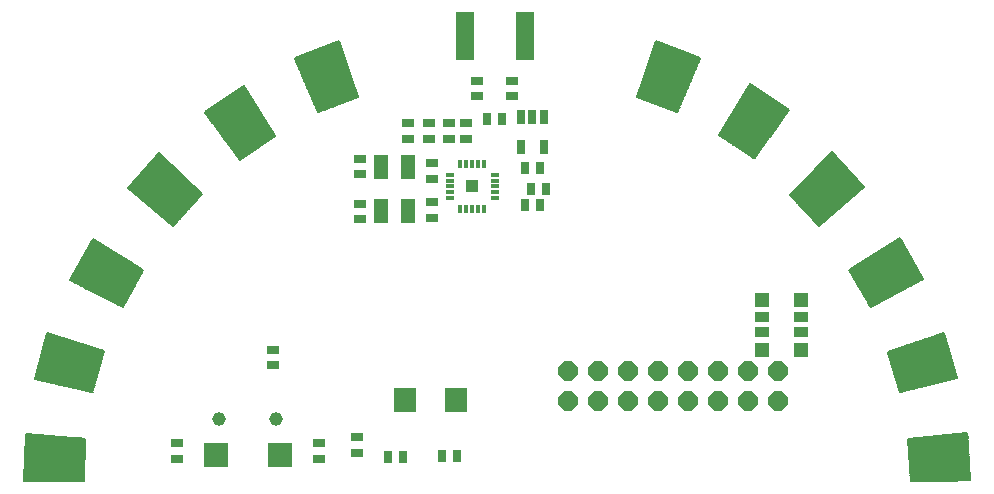
<source format=gbs>
G75*
%MOIN*%
%OFA0B0*%
%FSLAX24Y24*%
%IPPOS*%
%LPD*%
%AMOC8*
5,1,8,0,0,1.08239X$1,22.5*
%
%ADD10R,0.0740X0.0840*%
%ADD11R,0.0316X0.0394*%
%ADD12R,0.0394X0.0316*%
%ADD13R,0.0640X0.1640*%
%ADD14R,0.0257X0.0512*%
%ADD15C,0.0634*%
%ADD16C,0.0050*%
%ADD17OC8,0.0640*%
%ADD18R,0.0827X0.0827*%
%ADD19C,0.0453*%
%ADD20R,0.0473X0.0788*%
%ADD21R,0.0434X0.0434*%
%ADD22R,0.0296X0.0158*%
%ADD23R,0.0158X0.0296*%
%ADD24R,0.0453X0.0469*%
%ADD25R,0.0453X0.0320*%
D10*
X013581Y003951D03*
X015281Y003951D03*
D11*
X015317Y002100D03*
X014805Y002100D03*
X013506Y002061D03*
X012994Y002061D03*
X017561Y010447D03*
X018073Y010447D03*
X018270Y010998D03*
X017758Y010998D03*
X017561Y011706D03*
X018073Y011706D03*
X016813Y013321D03*
X016301Y013321D03*
D12*
X015612Y013183D03*
X015022Y013183D03*
X015022Y012671D03*
X015612Y012671D03*
X014352Y012671D03*
X014352Y013183D03*
X013683Y013183D03*
X013683Y012671D03*
X014471Y011844D03*
X014471Y011332D03*
X014471Y010545D03*
X014471Y010033D03*
X012069Y009994D03*
X012069Y010506D03*
X012069Y011490D03*
X012069Y012002D03*
X015967Y014088D03*
X015967Y014600D03*
X017148Y014600D03*
X017148Y014088D03*
X009156Y005624D03*
X009156Y005112D03*
X011951Y002710D03*
X011951Y002199D03*
X010691Y002002D03*
X010691Y002514D03*
X005967Y002514D03*
X005967Y002002D03*
D13*
X015573Y016077D03*
X017573Y016077D03*
D14*
X017443Y013399D03*
X017817Y013399D03*
X018191Y013399D03*
X018191Y012376D03*
X017443Y012376D03*
D15*
X022187Y014344D03*
X024943Y012888D03*
X027305Y010683D03*
X029234Y007966D03*
X030415Y005053D03*
X030967Y001982D03*
X011124Y014344D03*
X008329Y012848D03*
X005888Y010683D03*
X003998Y007966D03*
X002778Y005053D03*
X002305Y001982D03*
D16*
X000947Y002815D02*
X000882Y001248D01*
X002859Y001249D01*
X002909Y002669D01*
X000947Y002815D01*
X000945Y002774D02*
X001497Y002774D01*
X000943Y002726D02*
X002149Y002726D01*
X002800Y002677D02*
X000941Y002677D01*
X000939Y002629D02*
X002908Y002629D01*
X002906Y002580D02*
X000937Y002580D01*
X000935Y002532D02*
X002904Y002532D01*
X002903Y002483D02*
X000933Y002483D01*
X000931Y002435D02*
X002901Y002435D01*
X002899Y002386D02*
X000929Y002386D01*
X000927Y002338D02*
X002898Y002338D01*
X002896Y002289D02*
X000925Y002289D01*
X000923Y002241D02*
X002894Y002241D01*
X002892Y002192D02*
X000921Y002192D01*
X000919Y002144D02*
X002891Y002144D01*
X002889Y002095D02*
X000917Y002095D01*
X000915Y002047D02*
X002887Y002047D01*
X002886Y001998D02*
X000913Y001998D01*
X000911Y001950D02*
X002884Y001950D01*
X002882Y001901D02*
X000909Y001901D01*
X000907Y001853D02*
X002880Y001853D01*
X002879Y001804D02*
X000905Y001804D01*
X000903Y001756D02*
X002877Y001756D01*
X002875Y001707D02*
X000901Y001707D01*
X000899Y001659D02*
X002874Y001659D01*
X002872Y001610D02*
X000897Y001610D01*
X000895Y001562D02*
X002870Y001562D01*
X002868Y001513D02*
X000893Y001513D01*
X000891Y001465D02*
X002867Y001465D01*
X002865Y001416D02*
X000889Y001416D01*
X000887Y001368D02*
X002863Y001368D01*
X002861Y001319D02*
X000885Y001319D01*
X000883Y001271D02*
X002860Y001271D01*
X003148Y004212D02*
X003524Y005582D01*
X001647Y006176D01*
X001224Y004666D01*
X003148Y004212D01*
X003153Y004229D02*
X003075Y004229D01*
X003166Y004278D02*
X002869Y004278D01*
X002664Y004326D02*
X003179Y004326D01*
X003192Y004375D02*
X002458Y004375D01*
X002253Y004423D02*
X003206Y004423D01*
X003219Y004472D02*
X002047Y004472D01*
X001842Y004520D02*
X003232Y004520D01*
X003246Y004569D02*
X001636Y004569D01*
X001431Y004617D02*
X003259Y004617D01*
X003272Y004666D02*
X001225Y004666D01*
X001237Y004714D02*
X003286Y004714D01*
X003299Y004763D02*
X001251Y004763D01*
X001264Y004811D02*
X003312Y004811D01*
X003325Y004860D02*
X001278Y004860D01*
X001291Y004908D02*
X003339Y004908D01*
X003352Y004957D02*
X001305Y004957D01*
X001319Y005005D02*
X003365Y005005D01*
X003379Y005054D02*
X001332Y005054D01*
X001346Y005102D02*
X003392Y005102D01*
X003405Y005151D02*
X001359Y005151D01*
X001373Y005199D02*
X003419Y005199D01*
X003432Y005248D02*
X001387Y005248D01*
X001400Y005296D02*
X003445Y005296D01*
X003458Y005345D02*
X001414Y005345D01*
X001427Y005393D02*
X003472Y005393D01*
X003485Y005442D02*
X001441Y005442D01*
X001455Y005490D02*
X003498Y005490D01*
X003512Y005539D02*
X001468Y005539D01*
X001482Y005587D02*
X003509Y005587D01*
X003355Y005636D02*
X001495Y005636D01*
X001509Y005684D02*
X003202Y005684D01*
X003049Y005733D02*
X001523Y005733D01*
X001536Y005781D02*
X002896Y005781D01*
X002742Y005830D02*
X001550Y005830D01*
X001563Y005878D02*
X002589Y005878D01*
X002436Y005927D02*
X001577Y005927D01*
X001591Y005975D02*
X002282Y005975D01*
X002129Y006024D02*
X001604Y006024D01*
X001618Y006072D02*
X001976Y006072D01*
X001823Y006121D02*
X001631Y006121D01*
X001645Y006169D02*
X001669Y006169D01*
X003431Y007430D02*
X004365Y007430D01*
X004338Y007382D02*
X003528Y007382D01*
X003624Y007333D02*
X004312Y007333D01*
X004285Y007285D02*
X003721Y007285D01*
X003818Y007236D02*
X004259Y007236D01*
X004232Y007188D02*
X003914Y007188D01*
X004011Y007139D02*
X004205Y007139D01*
X004179Y007091D02*
X004107Y007091D01*
X004163Y007062D02*
X004846Y008308D01*
X003159Y009321D01*
X002397Y007950D01*
X004163Y007062D01*
X004392Y007479D02*
X003335Y007479D01*
X003238Y007527D02*
X004418Y007527D01*
X004445Y007576D02*
X003142Y007576D01*
X003045Y007624D02*
X004471Y007624D01*
X004498Y007673D02*
X002949Y007673D01*
X002852Y007721D02*
X004524Y007721D01*
X004551Y007770D02*
X002756Y007770D01*
X002659Y007818D02*
X004578Y007818D01*
X004604Y007867D02*
X002563Y007867D01*
X002466Y007915D02*
X004631Y007915D01*
X004657Y007964D02*
X002404Y007964D01*
X002431Y008012D02*
X004684Y008012D01*
X004711Y008061D02*
X002458Y008061D01*
X002485Y008109D02*
X004737Y008109D01*
X004764Y008158D02*
X002512Y008158D01*
X002539Y008206D02*
X004790Y008206D01*
X004817Y008255D02*
X002566Y008255D01*
X002593Y008303D02*
X004843Y008303D01*
X004775Y008352D02*
X002620Y008352D01*
X002647Y008400D02*
X004694Y008400D01*
X004613Y008449D02*
X002674Y008449D01*
X002701Y008497D02*
X004532Y008497D01*
X004451Y008546D02*
X002728Y008546D01*
X002755Y008594D02*
X004370Y008594D01*
X004289Y008643D02*
X002782Y008643D01*
X002809Y008691D02*
X004209Y008691D01*
X004128Y008740D02*
X002836Y008740D01*
X002862Y008788D02*
X004047Y008788D01*
X003966Y008837D02*
X002889Y008837D01*
X002916Y008885D02*
X003885Y008885D01*
X003804Y008934D02*
X002943Y008934D01*
X002970Y008982D02*
X003723Y008982D01*
X003643Y009031D02*
X002997Y009031D01*
X003024Y009079D02*
X003562Y009079D01*
X003481Y009128D02*
X003051Y009128D01*
X003078Y009176D02*
X003400Y009176D01*
X003319Y009225D02*
X003105Y009225D01*
X003132Y009273D02*
X003238Y009273D01*
X004866Y010583D02*
X006578Y010583D01*
X006621Y010631D02*
X004808Y010631D01*
X004750Y010680D02*
X006665Y010680D01*
X006709Y010728D02*
X004692Y010728D01*
X004634Y010777D02*
X006752Y010777D01*
X006792Y010821D02*
X005383Y012194D01*
X004326Y011035D01*
X005841Y009765D01*
X006792Y010821D01*
X006788Y010825D02*
X004576Y010825D01*
X004519Y010874D02*
X006738Y010874D01*
X006688Y010922D02*
X004461Y010922D01*
X004403Y010971D02*
X006638Y010971D01*
X006589Y011019D02*
X004345Y011019D01*
X004355Y011068D02*
X006539Y011068D01*
X006489Y011116D02*
X004399Y011116D01*
X004444Y011165D02*
X006439Y011165D01*
X006389Y011213D02*
X004488Y011213D01*
X004532Y011262D02*
X006340Y011262D01*
X006290Y011310D02*
X004576Y011310D01*
X004620Y011359D02*
X006240Y011359D01*
X006190Y011407D02*
X004665Y011407D01*
X004709Y011456D02*
X006141Y011456D01*
X006091Y011504D02*
X004753Y011504D01*
X004797Y011553D02*
X006041Y011553D01*
X005991Y011601D02*
X004842Y011601D01*
X004886Y011650D02*
X005941Y011650D01*
X005892Y011698D02*
X004930Y011698D01*
X004974Y011747D02*
X005842Y011747D01*
X005792Y011795D02*
X005019Y011795D01*
X005063Y011844D02*
X005742Y011844D01*
X005693Y011892D02*
X005107Y011892D01*
X005151Y011941D02*
X005643Y011941D01*
X005593Y011989D02*
X005195Y011989D01*
X005240Y012038D02*
X005543Y012038D01*
X005493Y012086D02*
X005284Y012086D01*
X005328Y012135D02*
X005444Y012135D01*
X005394Y012183D02*
X005372Y012183D01*
X007114Y013250D02*
X008938Y013250D01*
X008969Y013202D02*
X007150Y013202D01*
X007186Y013153D02*
X009000Y013153D01*
X009031Y013105D02*
X007222Y013105D01*
X007259Y013056D02*
X009061Y013056D01*
X009092Y013008D02*
X007295Y013008D01*
X007331Y012959D02*
X009123Y012959D01*
X009154Y012911D02*
X007367Y012911D01*
X007403Y012862D02*
X009185Y012862D01*
X009216Y012814D02*
X007439Y012814D01*
X007476Y012765D02*
X009227Y012765D01*
X009241Y012774D02*
X008185Y014435D01*
X006890Y013551D01*
X008072Y011966D01*
X009241Y012774D01*
X009157Y012717D02*
X007512Y012717D01*
X007548Y012668D02*
X009087Y012668D01*
X009017Y012620D02*
X007584Y012620D01*
X007620Y012571D02*
X008947Y012571D01*
X008877Y012523D02*
X007656Y012523D01*
X007693Y012474D02*
X008807Y012474D01*
X008736Y012426D02*
X007729Y012426D01*
X007765Y012377D02*
X008666Y012377D01*
X008596Y012329D02*
X007801Y012329D01*
X007837Y012280D02*
X008526Y012280D01*
X008456Y012232D02*
X007874Y012232D01*
X007910Y012183D02*
X008386Y012183D01*
X008316Y012135D02*
X007946Y012135D01*
X007982Y012086D02*
X008246Y012086D01*
X008175Y012038D02*
X008018Y012038D01*
X008054Y011989D02*
X008105Y011989D01*
X008907Y013299D02*
X007078Y013299D01*
X007041Y013347D02*
X008876Y013347D01*
X008846Y013396D02*
X007005Y013396D01*
X006969Y013444D02*
X008815Y013444D01*
X008784Y013493D02*
X006933Y013493D01*
X006897Y013541D02*
X008753Y013541D01*
X008722Y013590D02*
X006947Y013590D01*
X007018Y013638D02*
X008691Y013638D01*
X008661Y013687D02*
X007089Y013687D01*
X007160Y013735D02*
X008630Y013735D01*
X008599Y013784D02*
X007231Y013784D01*
X007302Y013832D02*
X008568Y013832D01*
X008537Y013881D02*
X007373Y013881D01*
X007444Y013929D02*
X008506Y013929D01*
X008476Y013978D02*
X007515Y013978D01*
X007586Y014026D02*
X008445Y014026D01*
X008414Y014075D02*
X007657Y014075D01*
X007728Y014123D02*
X008383Y014123D01*
X008352Y014172D02*
X007799Y014172D01*
X007870Y014220D02*
X008321Y014220D01*
X008291Y014269D02*
X007941Y014269D01*
X008012Y014317D02*
X008260Y014317D01*
X008229Y014366D02*
X008083Y014366D01*
X008154Y014414D02*
X008198Y014414D01*
X009961Y015190D02*
X011604Y015190D01*
X011621Y015142D02*
X009981Y015142D01*
X010002Y015093D02*
X011638Y015093D01*
X011654Y015045D02*
X010023Y015045D01*
X010044Y014996D02*
X011671Y014996D01*
X011688Y014948D02*
X010065Y014948D01*
X010086Y014899D02*
X011705Y014899D01*
X011721Y014851D02*
X010107Y014851D01*
X010128Y014802D02*
X011738Y014802D01*
X011755Y014754D02*
X010149Y014754D01*
X010170Y014705D02*
X011772Y014705D01*
X011788Y014657D02*
X010191Y014657D01*
X010211Y014608D02*
X011805Y014608D01*
X011822Y014560D02*
X010232Y014560D01*
X010253Y014511D02*
X011839Y014511D01*
X011855Y014463D02*
X010274Y014463D01*
X010295Y014414D02*
X011872Y014414D01*
X011889Y014366D02*
X010316Y014366D01*
X010337Y014317D02*
X011906Y014317D01*
X011922Y014269D02*
X010358Y014269D01*
X010379Y014220D02*
X011939Y014220D01*
X011956Y014172D02*
X010400Y014172D01*
X010421Y014123D02*
X011972Y014123D01*
X011989Y014075D02*
X010441Y014075D01*
X010462Y014026D02*
X011904Y014026D01*
X011994Y014061D02*
X011352Y015922D01*
X009887Y015361D01*
X010670Y013545D01*
X011994Y014061D01*
X011780Y013978D02*
X010483Y013978D01*
X010504Y013929D02*
X011655Y013929D01*
X011530Y013881D02*
X010525Y013881D01*
X010546Y013832D02*
X011406Y013832D01*
X011281Y013784D02*
X010567Y013784D01*
X010588Y013735D02*
X011157Y013735D01*
X011032Y013687D02*
X010609Y013687D01*
X010630Y013638D02*
X010907Y013638D01*
X010783Y013590D02*
X010651Y013590D01*
X009940Y015239D02*
X011587Y015239D01*
X011571Y015287D02*
X009919Y015287D01*
X009898Y015336D02*
X011554Y015336D01*
X011537Y015384D02*
X009947Y015384D01*
X010074Y015433D02*
X011520Y015433D01*
X011504Y015481D02*
X010200Y015481D01*
X010327Y015530D02*
X011487Y015530D01*
X011470Y015578D02*
X010454Y015578D01*
X010581Y015627D02*
X011454Y015627D01*
X011437Y015675D02*
X010708Y015675D01*
X010834Y015724D02*
X011420Y015724D01*
X011403Y015772D02*
X010961Y015772D01*
X011088Y015821D02*
X011387Y015821D01*
X011370Y015869D02*
X011215Y015869D01*
X011341Y015918D02*
X011353Y015918D01*
X006534Y010534D02*
X004924Y010534D01*
X004981Y010486D02*
X006490Y010486D01*
X006446Y010437D02*
X005039Y010437D01*
X005097Y010389D02*
X006403Y010389D01*
X006359Y010340D02*
X005155Y010340D01*
X005213Y010292D02*
X006315Y010292D01*
X006272Y010243D02*
X005271Y010243D01*
X005328Y010195D02*
X006228Y010195D01*
X006184Y010146D02*
X005386Y010146D01*
X005444Y010098D02*
X006140Y010098D01*
X006097Y010049D02*
X005502Y010049D01*
X005560Y010001D02*
X006053Y010001D01*
X006009Y009952D02*
X005618Y009952D01*
X005676Y009904D02*
X005966Y009904D01*
X005922Y009855D02*
X005733Y009855D01*
X005791Y009807D02*
X005878Y009807D01*
X021316Y014052D02*
X022647Y013553D01*
X023408Y015368D01*
X021942Y015927D01*
X021316Y014052D01*
X021324Y014075D02*
X022865Y014075D01*
X022886Y014123D02*
X021340Y014123D01*
X021356Y014172D02*
X022906Y014172D01*
X022926Y014220D02*
X021372Y014220D01*
X021388Y014269D02*
X022947Y014269D01*
X022967Y014317D02*
X021405Y014317D01*
X021421Y014366D02*
X022987Y014366D01*
X023008Y014414D02*
X021437Y014414D01*
X021453Y014463D02*
X023028Y014463D01*
X023048Y014511D02*
X021469Y014511D01*
X021486Y014560D02*
X023069Y014560D01*
X023089Y014608D02*
X021502Y014608D01*
X021518Y014657D02*
X023110Y014657D01*
X023130Y014705D02*
X021534Y014705D01*
X021550Y014754D02*
X023150Y014754D01*
X023171Y014802D02*
X021567Y014802D01*
X021583Y014851D02*
X023191Y014851D01*
X023211Y014899D02*
X021599Y014899D01*
X021615Y014948D02*
X023232Y014948D01*
X023252Y014996D02*
X021631Y014996D01*
X021648Y015045D02*
X023272Y015045D01*
X023293Y015093D02*
X021664Y015093D01*
X021680Y015142D02*
X023313Y015142D01*
X023333Y015190D02*
X021696Y015190D01*
X021712Y015239D02*
X023354Y015239D01*
X023374Y015287D02*
X021729Y015287D01*
X021745Y015336D02*
X023394Y015336D01*
X023367Y015384D02*
X021761Y015384D01*
X021777Y015433D02*
X023239Y015433D01*
X023112Y015481D02*
X021794Y015481D01*
X021810Y015530D02*
X022985Y015530D01*
X022858Y015578D02*
X021826Y015578D01*
X021842Y015627D02*
X022730Y015627D01*
X022603Y015675D02*
X021858Y015675D01*
X021875Y015724D02*
X022476Y015724D01*
X022349Y015772D02*
X021891Y015772D01*
X021907Y015821D02*
X022221Y015821D01*
X022094Y015869D02*
X021923Y015869D01*
X021939Y015918D02*
X021967Y015918D01*
X024865Y014172D02*
X025526Y014172D01*
X025453Y014220D02*
X024894Y014220D01*
X024924Y014269D02*
X025380Y014269D01*
X025307Y014317D02*
X024953Y014317D01*
X024983Y014366D02*
X025235Y014366D01*
X025162Y014414D02*
X025012Y014414D01*
X025041Y014463D02*
X025089Y014463D01*
X025055Y014485D02*
X026361Y013616D01*
X025216Y012014D01*
X024029Y012795D01*
X025055Y014485D01*
X024835Y014123D02*
X025599Y014123D01*
X025671Y014075D02*
X024806Y014075D01*
X024776Y014026D02*
X025744Y014026D01*
X025817Y013978D02*
X024747Y013978D01*
X024717Y013929D02*
X025890Y013929D01*
X025963Y013881D02*
X024688Y013881D01*
X024658Y013832D02*
X026036Y013832D01*
X026108Y013784D02*
X024629Y013784D01*
X024600Y013735D02*
X026181Y013735D01*
X026254Y013687D02*
X024570Y013687D01*
X024541Y013638D02*
X026327Y013638D01*
X026342Y013590D02*
X024511Y013590D01*
X024482Y013541D02*
X026307Y013541D01*
X026273Y013493D02*
X024452Y013493D01*
X024423Y013444D02*
X026238Y013444D01*
X026203Y013396D02*
X024393Y013396D01*
X024364Y013347D02*
X026169Y013347D01*
X026134Y013299D02*
X024334Y013299D01*
X024305Y013250D02*
X026099Y013250D01*
X026065Y013202D02*
X024275Y013202D01*
X024246Y013153D02*
X026030Y013153D01*
X025995Y013105D02*
X024217Y013105D01*
X024187Y013056D02*
X025961Y013056D01*
X025926Y013008D02*
X024158Y013008D01*
X024128Y012959D02*
X025891Y012959D01*
X025857Y012911D02*
X024099Y012911D01*
X024069Y012862D02*
X025822Y012862D01*
X025787Y012814D02*
X024040Y012814D01*
X024075Y012765D02*
X025753Y012765D01*
X025718Y012717D02*
X024148Y012717D01*
X024222Y012668D02*
X025683Y012668D01*
X025649Y012620D02*
X024296Y012620D01*
X024370Y012571D02*
X025614Y012571D01*
X025579Y012523D02*
X024443Y012523D01*
X024517Y012474D02*
X025545Y012474D01*
X025510Y012426D02*
X024591Y012426D01*
X024665Y012377D02*
X025475Y012377D01*
X025441Y012329D02*
X024738Y012329D01*
X024812Y012280D02*
X025406Y012280D01*
X025371Y012232D02*
X024886Y012232D01*
X024960Y012183D02*
X025337Y012183D01*
X025302Y012135D02*
X025033Y012135D01*
X025107Y012086D02*
X025267Y012086D01*
X025233Y012038D02*
X025181Y012038D01*
X026606Y011019D02*
X028803Y011019D01*
X028853Y011063D02*
X027785Y012211D01*
X026394Y010805D01*
X027368Y009770D01*
X028853Y011063D01*
X028848Y011068D02*
X026654Y011068D01*
X026702Y011116D02*
X028803Y011116D01*
X028758Y011165D02*
X026750Y011165D01*
X026798Y011213D02*
X028713Y011213D01*
X028668Y011262D02*
X026846Y011262D01*
X026894Y011310D02*
X028623Y011310D01*
X028578Y011359D02*
X026942Y011359D01*
X026990Y011407D02*
X028532Y011407D01*
X028487Y011456D02*
X027038Y011456D01*
X027086Y011504D02*
X028442Y011504D01*
X028397Y011553D02*
X027134Y011553D01*
X027182Y011601D02*
X028352Y011601D01*
X028307Y011650D02*
X027229Y011650D01*
X027277Y011698D02*
X028262Y011698D01*
X028216Y011747D02*
X027325Y011747D01*
X027373Y011795D02*
X028171Y011795D01*
X028126Y011844D02*
X027421Y011844D01*
X027469Y011892D02*
X028081Y011892D01*
X028036Y011941D02*
X027517Y011941D01*
X027565Y011989D02*
X027991Y011989D01*
X027946Y012038D02*
X027613Y012038D01*
X027661Y012086D02*
X027901Y012086D01*
X027855Y012135D02*
X027709Y012135D01*
X027757Y012183D02*
X027810Y012183D01*
X028747Y010971D02*
X026558Y010971D01*
X026510Y010922D02*
X028691Y010922D01*
X028636Y010874D02*
X026462Y010874D01*
X026414Y010825D02*
X028580Y010825D01*
X028524Y010777D02*
X026421Y010777D01*
X026467Y010728D02*
X028469Y010728D01*
X028413Y010680D02*
X026512Y010680D01*
X026558Y010631D02*
X028357Y010631D01*
X028301Y010583D02*
X026604Y010583D01*
X026649Y010534D02*
X028246Y010534D01*
X028190Y010486D02*
X026695Y010486D01*
X026741Y010437D02*
X028134Y010437D01*
X028079Y010389D02*
X026786Y010389D01*
X026832Y010340D02*
X028023Y010340D01*
X027967Y010292D02*
X026878Y010292D01*
X026923Y010243D02*
X027912Y010243D01*
X027856Y010195D02*
X026969Y010195D01*
X027015Y010146D02*
X027800Y010146D01*
X027744Y010098D02*
X027060Y010098D01*
X027106Y010049D02*
X027689Y010049D01*
X027633Y010001D02*
X027152Y010001D01*
X027197Y009952D02*
X027577Y009952D01*
X027522Y009904D02*
X027243Y009904D01*
X027289Y009855D02*
X027466Y009855D01*
X027410Y009807D02*
X027334Y009807D01*
X029087Y008740D02*
X030396Y008740D01*
X030368Y008788D02*
X029165Y008788D01*
X029242Y008837D02*
X030340Y008837D01*
X030313Y008885D02*
X029320Y008885D01*
X029398Y008934D02*
X030285Y008934D01*
X030258Y008982D02*
X029475Y008982D01*
X029553Y009031D02*
X030230Y009031D01*
X030203Y009079D02*
X029630Y009079D01*
X029708Y009128D02*
X030175Y009128D01*
X030147Y009176D02*
X029785Y009176D01*
X029863Y009225D02*
X030120Y009225D01*
X030092Y009273D02*
X029940Y009273D01*
X030018Y009322D02*
X030065Y009322D01*
X030052Y009343D02*
X030828Y007980D01*
X029086Y007064D01*
X028376Y008295D01*
X030052Y009343D01*
X030423Y008691D02*
X029010Y008691D01*
X028932Y008643D02*
X030451Y008643D01*
X030478Y008594D02*
X028855Y008594D01*
X028777Y008546D02*
X030506Y008546D01*
X030534Y008497D02*
X028700Y008497D01*
X028622Y008449D02*
X030561Y008449D01*
X030589Y008400D02*
X028544Y008400D01*
X028467Y008352D02*
X030616Y008352D01*
X030644Y008303D02*
X028389Y008303D01*
X028399Y008255D02*
X030672Y008255D01*
X030699Y008206D02*
X028427Y008206D01*
X028455Y008158D02*
X030727Y008158D01*
X030754Y008109D02*
X028483Y008109D01*
X028511Y008061D02*
X030782Y008061D01*
X030810Y008012D02*
X028539Y008012D01*
X028567Y007964D02*
X030797Y007964D01*
X030705Y007915D02*
X028595Y007915D01*
X028623Y007867D02*
X030612Y007867D01*
X030520Y007818D02*
X028651Y007818D01*
X028679Y007770D02*
X030428Y007770D01*
X030336Y007721D02*
X028707Y007721D01*
X028735Y007673D02*
X030244Y007673D01*
X030151Y007624D02*
X028763Y007624D01*
X028791Y007576D02*
X030059Y007576D01*
X029967Y007527D02*
X028819Y007527D01*
X028847Y007479D02*
X029875Y007479D01*
X029783Y007430D02*
X028875Y007430D01*
X028903Y007382D02*
X029690Y007382D01*
X029598Y007333D02*
X028931Y007333D01*
X028959Y007285D02*
X029506Y007285D01*
X029414Y007236D02*
X028986Y007236D01*
X029014Y007188D02*
X029322Y007188D01*
X029229Y007139D02*
X029042Y007139D01*
X029070Y007091D02*
X029137Y007091D01*
X030422Y005830D02*
X031638Y005830D01*
X031624Y005878D02*
X030565Y005878D01*
X030708Y005927D02*
X031610Y005927D01*
X031595Y005975D02*
X030851Y005975D01*
X030994Y006024D02*
X031581Y006024D01*
X031567Y006072D02*
X031137Y006072D01*
X031280Y006121D02*
X031553Y006121D01*
X031539Y006169D02*
X031423Y006169D01*
X031528Y006205D02*
X031969Y004699D01*
X030063Y004209D01*
X029656Y005570D01*
X031528Y006205D01*
X031652Y005781D02*
X030279Y005781D01*
X030135Y005733D02*
X031667Y005733D01*
X031681Y005684D02*
X029992Y005684D01*
X029849Y005636D02*
X031695Y005636D01*
X031709Y005587D02*
X029706Y005587D01*
X029665Y005539D02*
X031723Y005539D01*
X031738Y005490D02*
X029680Y005490D01*
X029694Y005442D02*
X031752Y005442D01*
X031766Y005393D02*
X029709Y005393D01*
X029723Y005345D02*
X031780Y005345D01*
X031794Y005296D02*
X029738Y005296D01*
X029752Y005248D02*
X031809Y005248D01*
X031823Y005199D02*
X029767Y005199D01*
X029781Y005151D02*
X031837Y005151D01*
X031851Y005102D02*
X029796Y005102D01*
X029810Y005054D02*
X031866Y005054D01*
X031880Y005005D02*
X029825Y005005D01*
X029839Y004957D02*
X031894Y004957D01*
X031908Y004908D02*
X029854Y004908D01*
X029868Y004860D02*
X031922Y004860D01*
X031937Y004811D02*
X029883Y004811D01*
X029897Y004763D02*
X031951Y004763D01*
X031965Y004714D02*
X029912Y004714D01*
X029926Y004666D02*
X031838Y004666D01*
X031649Y004617D02*
X029941Y004617D01*
X029956Y004569D02*
X031461Y004569D01*
X031273Y004520D02*
X029970Y004520D01*
X029985Y004472D02*
X031084Y004472D01*
X030896Y004423D02*
X029999Y004423D01*
X030014Y004375D02*
X030708Y004375D01*
X030519Y004326D02*
X030028Y004326D01*
X030043Y004278D02*
X030331Y004278D01*
X030143Y004229D02*
X030057Y004229D01*
X030347Y002661D02*
X032316Y002844D01*
X032396Y001278D01*
X030428Y001242D01*
X030347Y002661D01*
X030349Y002629D02*
X032327Y002629D01*
X032325Y002677D02*
X030519Y002677D01*
X030352Y002580D02*
X032330Y002580D01*
X032332Y002532D02*
X030355Y002532D01*
X030358Y002483D02*
X032335Y002483D01*
X032337Y002435D02*
X030360Y002435D01*
X030363Y002386D02*
X032340Y002386D01*
X032342Y002338D02*
X030366Y002338D01*
X030369Y002289D02*
X032344Y002289D01*
X032347Y002241D02*
X030371Y002241D01*
X030374Y002192D02*
X032349Y002192D01*
X032352Y002144D02*
X030377Y002144D01*
X030380Y002095D02*
X032354Y002095D01*
X032357Y002047D02*
X030382Y002047D01*
X030385Y001998D02*
X032359Y001998D01*
X032362Y001950D02*
X030388Y001950D01*
X030391Y001901D02*
X032364Y001901D01*
X032367Y001853D02*
X030394Y001853D01*
X030396Y001804D02*
X032369Y001804D01*
X032372Y001756D02*
X030399Y001756D01*
X030402Y001707D02*
X032374Y001707D01*
X032377Y001659D02*
X030405Y001659D01*
X030407Y001610D02*
X032379Y001610D01*
X032382Y001562D02*
X030410Y001562D01*
X030413Y001513D02*
X032384Y001513D01*
X032387Y001465D02*
X030416Y001465D01*
X030419Y001416D02*
X032389Y001416D01*
X032392Y001368D02*
X030421Y001368D01*
X030424Y001319D02*
X032394Y001319D01*
X031979Y001271D02*
X030427Y001271D01*
X031039Y002726D02*
X032322Y002726D01*
X032320Y002774D02*
X031560Y002774D01*
X032080Y002823D02*
X032317Y002823D01*
X022662Y013590D02*
X022550Y013590D01*
X022420Y013638D02*
X022682Y013638D01*
X022703Y013687D02*
X022291Y013687D01*
X022161Y013735D02*
X022723Y013735D01*
X022743Y013784D02*
X022032Y013784D01*
X021902Y013832D02*
X022764Y013832D01*
X022784Y013881D02*
X021773Y013881D01*
X021643Y013929D02*
X022804Y013929D01*
X022825Y013978D02*
X021514Y013978D01*
X021384Y014026D02*
X022845Y014026D01*
D17*
X023002Y004923D03*
X022002Y004923D03*
X021002Y004923D03*
X020002Y004923D03*
X019002Y004923D03*
X019002Y003923D03*
X020002Y003923D03*
X021002Y003923D03*
X022002Y003923D03*
X023002Y003923D03*
X024002Y003923D03*
X025002Y003923D03*
X026002Y003923D03*
X026002Y004923D03*
X025002Y004923D03*
X024002Y004923D03*
D18*
X009402Y002140D03*
X007256Y002140D03*
D19*
X007374Y003332D03*
X009284Y003332D03*
D20*
X012758Y010269D03*
X013663Y010269D03*
X013663Y011726D03*
X012758Y011726D03*
D21*
X015809Y011077D03*
D22*
X015061Y011077D03*
X015061Y011273D03*
X015061Y011470D03*
X015061Y010880D03*
X015061Y010683D03*
X016557Y010683D03*
X016557Y010880D03*
X016557Y011077D03*
X016557Y011273D03*
X016557Y011470D03*
D23*
X016203Y011825D03*
X016006Y011825D03*
X015809Y011825D03*
X015612Y011825D03*
X015415Y011825D03*
X015415Y010328D03*
X015612Y010328D03*
X015809Y010328D03*
X016006Y010328D03*
X016203Y010328D03*
D24*
X025484Y007301D03*
X026764Y007301D03*
X026764Y005640D03*
X025484Y005640D03*
D25*
X025484Y006218D03*
X025484Y006718D03*
X026764Y006718D03*
X026764Y006218D03*
M02*

</source>
